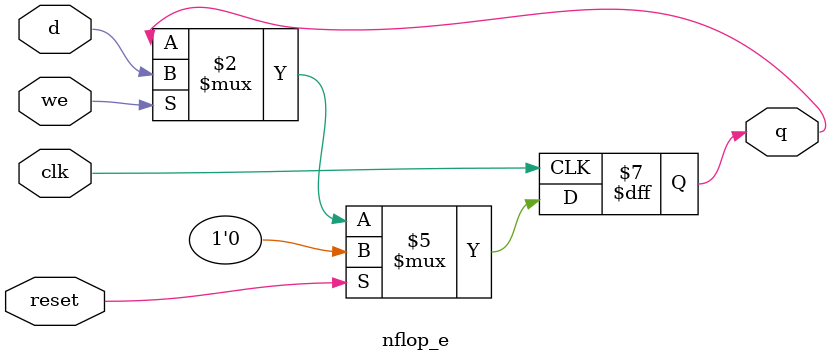
<source format=v>

module nflop_e
#(parameter Bits=1)
(
  input clk,
  input reset,
  input we,
  input [Bits-1:0] d,
  output reg [Bits-1:0] q
);

always @(negedge clk) begin
  if (reset)
    q <= 0;
  else if (we)
    q <= d;
end

endmodule



</source>
